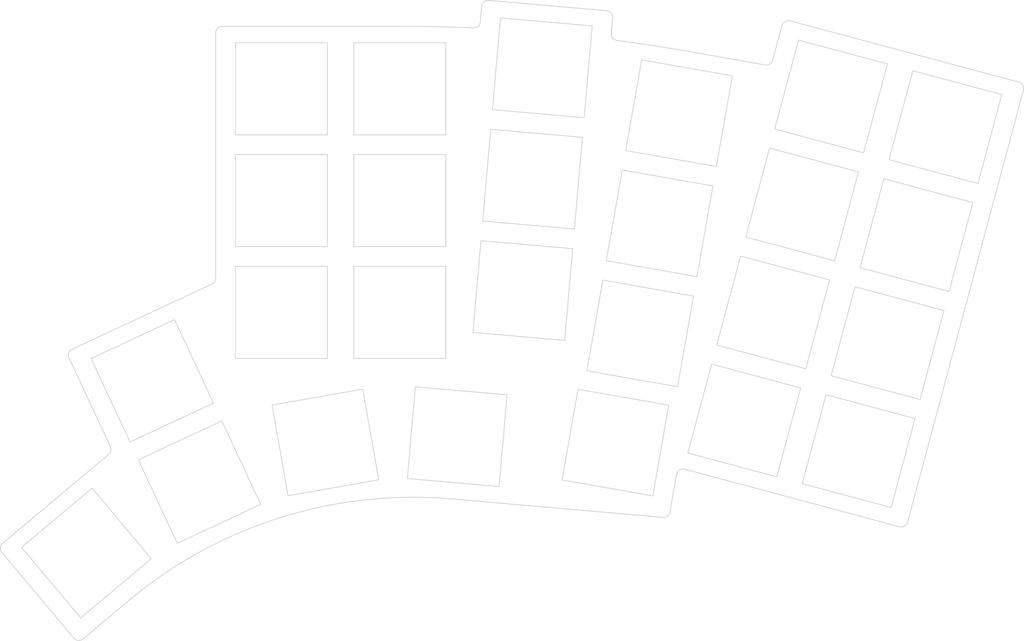
<source format=kicad_pcb>
(kicad_pcb (version 20221018) (generator pcbnew)
  (layers (0 "F.Cu" signal) (31 "B.Cu" signal) (34 "B.Paste" user) (35 "F.Paste" user) (36 "B.SilkS" user "B.Silkscreen") (37 "F.SilkS" user "F.Silkscreen") (38 "B.Mask" user) (39 "F.Mask" user) (44 "Edge.Cuts" user))
  (net 0 "")
  (footprint "myles-keyboard:KeyHole" (layer "F.Cu") (at 154.552801 93.512815 -15)
    (fp_text reference "REF**" hide)
    (fp_text value "KeyHole" hide)
    (fp_rect (start -7 -7) (end 7 7) (stroke (width 0.12)) (fill none) (layer "Edge.Cuts"))
  )
  (footprint "myles-keyboard:KeyHole" (layer "F.Cu") (at 119.449871 56.311832 -5)
    (fp_text reference "REF**" hide)
    (fp_text value "KeyHole" hide)
    (fp_rect (start -7 -7) (end 7 7) (stroke (width 0.12)) (fill none) (layer "Edge.Cuts"))
  )
  (footprint "myles-keyboard:KeyHole" (layer "F.Cu") (at 60.145785 103.89932 25)
    (fp_text reference "REF**" hide)
    (fp_text value "KeyHole" hide)
    (fp_rect (start -7 -7) (end 7 7) (stroke (width 0.12)) (fill none) (layer "Edge.Cuts"))
  )
  (footprint "myles-keyboard:KeyHole" (layer "F.Cu") (at 134.332871 96.697962 -10)
    (fp_text reference "REF**" hide)
    (fp_text value "KeyHole" hide)
    (fp_rect (start -7 -7) (end 7 7) (stroke (width 0.12)) (fill none) (layer "Edge.Cuts"))
  )
  (footprint "myles-keyboard:KeyHole" (layer "F.Cu") (at 137.28489 79.95623 -10)
    (fp_text reference "REF**" hide)
    (fp_text value "KeyHole" hide)
    (fp_rect (start -7 -7) (end 7 7) (stroke (width 0.12)) (fill none) (layer "Edge.Cuts"))
  )
  (footprint "myles-keyboard:KeyHole" (layer "F.Cu") (at 106.512436 112.397684 -5)
    (fp_text reference "REF**" hide)
    (fp_text value "KeyHole" hide)
    (fp_rect (start -7 -7) (end 7 7) (stroke (width 0.12)) (fill none) (layer "Edge.Cuts"))
  )
  (footprint "myles-keyboard:KeyHole" (layer "F.Cu") (at 176.33939 81.750818 -15)
    (fp_text reference "REF**" hide)
    (fp_text value "KeyHole" hide)
    (fp_rect (start -7 -7) (end 7 7) (stroke (width 0.12)) (fill none) (layer "Edge.Cuts"))
  )
  (footprint "myles-keyboard:KeyHole" (layer "F.Cu") (at 171.939466 98.171557 -15)
    (fp_text reference "REF**" hide)
    (fp_text value "KeyHole" hide)
    (fp_rect (start -7 -7) (end 7 7) (stroke (width 0.12)) (fill none) (layer "Edge.Cuts"))
  )
  (footprint "myles-keyboard:KeyHole" (layer "F.Cu") (at 130.564865 113.295813 -10)
    (fp_text reference "REF**" hide)
    (fp_text value "KeyHole" hide)
    (fp_rect (start -7 -7) (end 7 7) (stroke (width 0.12)) (fill none) (layer "Edge.Cuts"))
  )
  (footprint "myles-keyboard:KeyHole" (layer "F.Cu") (at 116.486576 90.182451 -5)
    (fp_text reference "REF**" hide)
    (fp_text value "KeyHole" hide)
    (fp_rect (start -7 -7) (end 7 7) (stroke (width 0.12)) (fill none) (layer "Edge.Cuts"))
  )
  (footprint "myles-keyboard:KeyHole" (layer "F.Cu") (at 140.236909 63.214498 -10)
    (fp_text reference "REF**" hide)
    (fp_text value "KeyHole" hide)
    (fp_rect (start -7 -7) (end 7 7) (stroke (width 0.12)) (fill none) (layer "Edge.Cuts"))
  )
  (footprint "myles-keyboard:KeyHole" (layer "F.Cu") (at 150.152878 109.933554 -15)
    (fp_text reference "REF**" hide)
    (fp_text value "KeyHole" hide)
    (fp_rect (start -7 -7) (end 7 7) (stroke (width 0.12)) (fill none) (layer "Edge.Cuts"))
  )
  (footprint "myles-keyboard:KeyHole" (layer "F.Cu") (at 79.78 93.5)
    (fp_text reference "REF**" hide)
    (fp_text value "KeyHole" hide)
    (fp_rect (start -7 -7) (end 7 7) (stroke (width 0.12)) (fill none) (layer "Edge.Cuts"))
  )
  (footprint "myles-keyboard:KeyHole" (layer "F.Cu") (at 117.968224 73.247142 -5)
    (fp_text reference "REF**" hide)
    (fp_text value "KeyHole" hide)
    (fp_rect (start -7 -7) (end 7 7) (stroke (width 0.12)) (fill none) (layer "Edge.Cuts"))
  )
  (footprint "myles-keyboard:KeyHole" (layer "F.Cu") (at 97.78 59.5)
    (fp_text reference "REF**" hide)
    (fp_text value "KeyHole" hide)
    (fp_rect (start -7 -7) (end 7 7) (stroke (width 0.12)) (fill none) (layer "Edge.Cuts"))
  )
  (footprint "myles-keyboard:KeyHole" (layer "F.Cu") (at 158.952725 77.092076 -15)
    (fp_text reference "REF**" hide)
    (fp_text value "KeyHole" hide)
    (fp_rect (start -7 -7) (end 7 7) (stroke (width 0.12)) (fill none) (layer "Edge.Cuts"))
  )
  (footprint "myles-keyboard:KeyHole" (layer "F.Cu") (at 67.330295 119.306552 25)
    (fp_text reference "REF**" hide)
    (fp_text value "KeyHole" hide)
    (fp_rect (start -7 -7) (end 7 7) (stroke (width 0.12)) (fill none) (layer "Edge.Cuts"))
  )
  (footprint "myles-keyboard:KeyHole" (layer "F.Cu") (at 167.539542 114.592296 -15)
    (fp_text reference "REF**" hide)
    (fp_text value "KeyHole" hide)
    (fp_rect (start -7 -7) (end 7 7) (stroke (width 0.12)) (fill none) (layer "Edge.Cuts"))
  )
  (footprint "myles-keyboard:KeyHole" (layer "F.Cu") (at 86.466581 113.272904 10)
    (fp_text reference "REF**" hide)
    (fp_text value "KeyHole" hide)
    (fp_rect (start -7 -7) (end 7 7) (stroke (width 0.12)) (fill none) (layer "Edge.Cuts"))
  )
  (footprint "myles-keyboard:KeyHole" (layer "F.Cu") (at 163.352649 60.671336 -15)
    (fp_text reference "REF**" hide)
    (fp_text value "KeyHole" hide)
    (fp_rect (start -7 -7) (end 7 7) (stroke (width 0.12)) (fill none) (layer "Edge.Cuts"))
  )
  (footprint "myles-keyboard:KeyHole" (layer "F.Cu") (at 97.78 76.5)
    (fp_text reference "REF**" hide)
    (fp_text value "KeyHole" hide)
    (fp_rect (start -7 -7) (end 7 7) (stroke (width 0.12)) (fill none) (layer "Edge.Cuts"))
  )
  (footprint "myles-keyboard:KeyHole" (layer "F.Cu") (at 97.78 93.5)
    (fp_text reference "REF**" hide)
    (fp_text value "KeyHole" hide)
    (fp_rect (start -7 -7) (end 7 7) (stroke (width 0.12)) (fill none) (layer "Edge.Cuts"))
  )
  (footprint "myles-keyboard:KeyHole" (layer "F.Cu") (at 50.124844 130.087443 40)
    (fp_text reference "REF**" hide)
    (fp_text value "KeyHole" hide)
    (fp_rect (start -7 -7) (end 7 7) (stroke (width 0.12)) (fill none) (layer "Edge.Cuts"))
  )
  (footprint "myles-keyboard:KeyHole" (layer "F.Cu") (at 79.78 59.5)
    (fp_text reference "REF**" hide)
    (fp_text value "KeyHole" hide)
    (fp_rect (start -7 -7) (end 7 7) (stroke (width 0.12)) (fill none) (layer "Edge.Cuts"))
  )
  (footprint "myles-keyboard:KeyHole" (layer "F.Cu") (at 180.739314 65.330079 -15)
    (fp_text reference "REF**" hide)
    (fp_text value "KeyHole" hide)
    (fp_rect (start -7 -7) (end 7 7) (stroke (width 0.12)) (fill none) (layer "Edge.Cuts"))
  )
  (footprint "myles-keyboard:KeyHole" (layer "F.Cu") (at 79.78 76.5)
    (fp_text reference "REF**" hide)
    (fp_text value "KeyHole" hide)
    (fp_rect (start -7 -7) (end 7 7) (stroke (width 0.12)) (fill none) (layer "Edge.Cuts"))
  )
  (gr_arc (start 97.78 50.000001) (mid 103.382237 50.06179) (end 108.981748 50.247128) (stroke (width 0.12)) (layer "Edge.Cuts"))
  (gr_arc (start 110.022044 49.335256) (mid 109.685013 50.000098) (end 108.981748 50.247126) (stroke (width 0.12)) (layer "Edge.Cuts"))
  (gr_line (start 47.490452 100.421886) (end 53.772947 113.894741) (stroke (width 0.12)) (layer "Edge.Cuts"))
  (gr_line (start 69.78 51) (end 69.78 88.287651) (stroke (width 0.12)) (layer "Edge.Cuts"))
  (gr_line (start 110.228748 46.972619) (end 110.022044 49.335256) (stroke (width 0.12)) (layer "Edge.Cuts"))
  (gr_arc (start 53.772946 113.894741) (mid 53.842935 114.533799) (end 53.509427 115.083404) (stroke (width 0.12)) (layer "Edge.Cuts"))
  (gr_line (start 53.509427 115.083404) (end 37.406804 128.59511) (stroke (width 0.12)) (layer "Edge.Cuts"))
  (gr_line (start 141.886567 53.858826) (end 153.339152 55.878225) (stroke (width 0.12)) (layer "Edge.Cuts"))
  (gr_arc (start 129.243603 47.632383) (mid 129.922491 47.98579) (end 130.152642 48.715734) (stroke (width 0.12)) (layer "Edge.Cuts"))
  (gr_line (start 139.865383 118.137658) (end 138.858573 123.847561) (stroke (width 0.12)) (layer "Edge.Cuts"))
  (gr_arc (start 69.78 88.287651) (mid 69.623391 88.824951) (end 69.202618 89.193959) (stroke (width 0.12)) (layer "Edge.Cuts"))
  (gr_line (start 174.998839 125.390856) (end 192.598534 59.7079) (stroke (width 0.12)) (layer "Edge.Cuts"))
  (gr_line (start 69.202618 89.193959) (end 47.974141 99.09296) (stroke (width 0.12)) (layer "Edge.Cuts"))
  (gr_arc (start 138.858573 123.847561) (mid 138.482527 124.467266) (end 137.78661 124.670107) (stroke (width 0.12)) (layer "Edge.Cuts"))
  (gr_line (start 173.774094 126.097963) (end 141.10901 117.34538) (stroke (width 0.12)) (layer "Edge.Cuts"))
  (gr_line (start 70.78 50) (end 97.78 50) (stroke (width 0.12)) (layer "Edge.Cuts"))
  (gr_line (start 137.78661 124.670108) (end 105.684457 121.861533) (stroke (width 0.12)) (layer "Edge.Cuts"))
  (gr_line (start 191.891427 58.483155) (end 157.118097 49.16567) (stroke (width 0.12)) (layer "Edge.Cuts"))
  (gr_arc (start 174.998839 125.390856) (mid 174.532913 125.998062) (end 173.774094 126.097963) (stroke (width 0.12)) (layer "Edge.Cuts"))
  (gr_arc (start 110.228748 46.972619) (mid 110.582155 46.293731) (end 111.312099 46.06358) (stroke (width 0.12)) (layer "Edge.Cuts"))
  (gr_line (start 129.945938 51.07837) (end 130.152642 48.715734) (stroke (width 0.12)) (layer "Edge.Cuts"))
  (gr_arc (start 47.490452 100.421886) (mid 47.457067 99.657248) (end 47.974141 99.09296) (stroke (width 0.12)) (layer "Edge.Cuts"))
  (gr_line (start 49.619768 143.149954) (end 56.514168 137.364866) (stroke (width 0.12)) (layer "Edge.Cuts"))
  (gr_line (start 155.893352 49.872776) (end 154.478726 55.152236) (stroke (width 0.12)) (layer "Edge.Cuts"))
  (gr_line (start 48.210936 143.026697) (end 37.283547 130.003942) (stroke (width 0.12)) (layer "Edge.Cuts"))
  (gr_arc (start 130.812085 52.157035) (mid 130.162398 51.791639) (end 129.945937 51.07837) (stroke (width 0.12)) (layer "Edge.Cuts"))
  (gr_arc (start 139.865383 118.137658) (mid 140.312891 117.467914) (end 141.10901 117.34538) (stroke (width 0.12)) (layer "Edge.Cuts"))
  (gr_arc (start 49.619768 143.149954) (mid 48.889825 143.380104) (end 48.210937 143.026696) (stroke (width 0.12)) (layer "Edge.Cuts"))
  (gr_arc (start 130.812085 52.157035) (mid 136.358711 52.946858) (end 141.886567 53.858826) (stroke (width 0.12)) (layer "Edge.Cuts"))
  (gr_arc (start 191.891427 58.483155) (mid 192.498633 58.949081) (end 192.598534 59.7079) (stroke (width 0.12)) (layer "Edge.Cuts"))
  (gr_arc (start 69.78 51) (mid 70.072893 50.292893) (end 70.78 50) (stroke (width 0.12)) (layer "Edge.Cuts"))
  (gr_line (start 129.243603 47.632384) (end 111.312099 46.06358) (stroke (width 0.12)) (layer "Edge.Cuts"))
  (gr_arc (start 155.893352 49.872776) (mid 156.359278 49.26557) (end 157.118097 49.16567) (stroke (width 0.12)) (layer "Edge.Cuts"))
  (gr_arc (start 154.478726 55.152236) (mid 154.050098 55.736805) (end 153.339152 55.878225) (stroke (width 0.12)) (layer "Edge.Cuts"))
  (gr_arc (start 56.514168 137.364866) (mid 79.55741 124.72291) (end 105.684457 121.861534) (stroke (width 0.12)) (layer "Edge.Cuts"))
  (gr_arc (start 37.283548 130.003941) (mid 37.053398 129.273999) (end 37.406804 128.59511) (stroke (width 0.12)) (layer "Edge.Cuts"))
)
</source>
